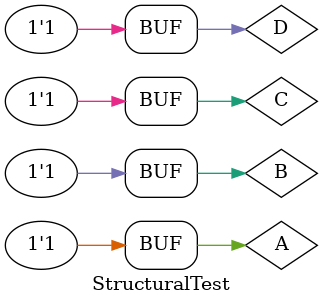
<source format=v>
`timescale 1ns / 1ps


// this is the test module for testing the Structural version
module StructuralTest; 
    
    reg A, B, C, D;
    wire led1;
    
    Structural uut (
    
    .A(A),
    .B(B),
    .C(C),
    .D(D),
    .led2(led2));
    
// go through every combination of inputs
initial begin 
    
    #100
    A = 0;  B = 0; C = 0; D = 0; //0

    #100
    A = 0;  B = 0; C = 0; D = 1; //1

    #100
    A = 0;  B = 0; C = 1; D = 0; //2

    #100
    A = 0;  B = 0; C = 1; D = 1; //3

    #100
    A = 0;  B = 1; C = 0; D = 0; //4

    #100
    A = 0;  B = 1; C = 0; D = 1; //5

    #100
    A = 0;  B = 1; C = 1; D = 0; //6

    #100
    A = 0;  B = 1; C = 1; D = 1; //7

    #100
    A = 1;  B = 0; C = 0; D = 0; //8

    #100
    A = 1;  B = 0; C = 0; D = 1; //9

    #100
    A = 1;  B = 0; C = 1; D = 0; //10

    #100
    A = 1;  B = 0; C = 1; D = 1; //11

    #100
    A = 1;  B = 1; C = 0; D = 0; //12

    #100
    A = 1;  B = 1; C = 0; D = 1; //13

    #100
    A = 1;  B = 1; C = 1; D = 0; //14

    #100
    A = 1;  B = 1; C = 1; D = 1; //15

end
 
endmodule
</source>
